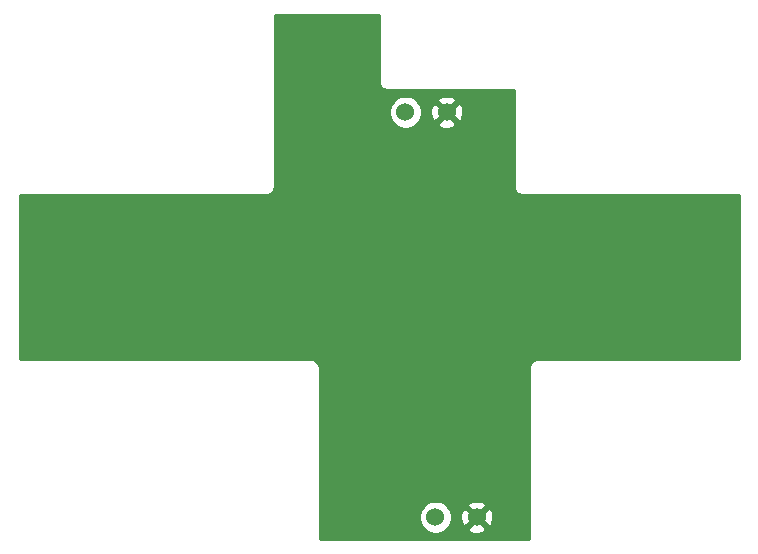
<source format=gbr>
G04 #@! TF.GenerationSoftware,KiCad,Pcbnew,5.1.2-f72e74a~84~ubuntu18.04.1*
G04 #@! TF.CreationDate,2019-07-08T14:48:40+02:00*
G04 #@! TF.ProjectId,ampli_rf_kicad,616d706c-695f-4726-965f-6b696361642e,rev?*
G04 #@! TF.SameCoordinates,Original*
G04 #@! TF.FileFunction,Copper,L2,Bot*
G04 #@! TF.FilePolarity,Positive*
%FSLAX46Y46*%
G04 Gerber Fmt 4.6, Leading zero omitted, Abs format (unit mm)*
G04 Created by KiCad (PCBNEW 5.1.2-f72e74a~84~ubuntu18.04.1) date 2019-07-08 14:48:40*
%MOMM*%
%LPD*%
G04 APERTURE LIST*
%ADD10C,1.524000*%
%ADD11C,0.800000*%
%ADD12C,0.254000*%
G04 APERTURE END LIST*
D10*
X153670000Y-144780000D03*
X150170000Y-144780000D03*
X151130000Y-110490000D03*
X147630000Y-110490000D03*
D11*
X175260000Y-127000000D03*
X173990000Y-127000000D03*
X172720000Y-127000000D03*
X175260000Y-121920000D03*
X173990000Y-121920000D03*
X172720000Y-121920000D03*
X118110000Y-127000000D03*
X116840000Y-127000000D03*
X115570000Y-127000000D03*
X115570000Y-121920000D03*
X116840000Y-121920000D03*
X118110000Y-121920000D03*
X147900000Y-124460000D03*
X147320000Y-123850000D03*
X147320000Y-125050000D03*
X146700000Y-124460000D03*
D12*
G36*
X145390000Y-107917581D02*
G01*
X145386807Y-107950000D01*
X145399550Y-108079383D01*
X145437290Y-108203793D01*
X145498575Y-108318450D01*
X145581052Y-108418948D01*
X145681550Y-108501425D01*
X145796207Y-108562710D01*
X145920617Y-108600450D01*
X146050000Y-108613193D01*
X146082419Y-108610000D01*
X156820001Y-108610000D01*
X156820000Y-116807581D01*
X156816807Y-116840000D01*
X156829550Y-116969383D01*
X156867290Y-117093793D01*
X156928575Y-117208450D01*
X157011052Y-117308948D01*
X157111550Y-117391425D01*
X157226207Y-117452710D01*
X157350617Y-117490450D01*
X157480000Y-117503193D01*
X157512419Y-117500000D01*
X175870001Y-117500000D01*
X175870000Y-131420000D01*
X158782419Y-131420000D01*
X158750000Y-131416807D01*
X158717581Y-131420000D01*
X158620617Y-131429550D01*
X158496207Y-131467290D01*
X158381550Y-131528575D01*
X158281052Y-131611052D01*
X158198575Y-131711550D01*
X158137290Y-131826207D01*
X158099550Y-131950617D01*
X158086807Y-132080000D01*
X158090001Y-132112429D01*
X158090000Y-146660000D01*
X140360000Y-146660000D01*
X140360000Y-144642408D01*
X148773000Y-144642408D01*
X148773000Y-144917592D01*
X148826686Y-145187490D01*
X148931995Y-145441727D01*
X149084880Y-145670535D01*
X149279465Y-145865120D01*
X149508273Y-146018005D01*
X149762510Y-146123314D01*
X150032408Y-146177000D01*
X150307592Y-146177000D01*
X150577490Y-146123314D01*
X150831727Y-146018005D01*
X151060535Y-145865120D01*
X151180090Y-145745565D01*
X152884040Y-145745565D01*
X152951020Y-145985656D01*
X153200048Y-146102756D01*
X153467135Y-146169023D01*
X153742017Y-146181910D01*
X154014133Y-146140922D01*
X154273023Y-146047636D01*
X154388980Y-145985656D01*
X154455960Y-145745565D01*
X153670000Y-144959605D01*
X152884040Y-145745565D01*
X151180090Y-145745565D01*
X151255120Y-145670535D01*
X151408005Y-145441727D01*
X151513314Y-145187490D01*
X151567000Y-144917592D01*
X151567000Y-144852017D01*
X152268090Y-144852017D01*
X152309078Y-145124133D01*
X152402364Y-145383023D01*
X152464344Y-145498980D01*
X152704435Y-145565960D01*
X153490395Y-144780000D01*
X153849605Y-144780000D01*
X154635565Y-145565960D01*
X154875656Y-145498980D01*
X154992756Y-145249952D01*
X155059023Y-144982865D01*
X155071910Y-144707983D01*
X155030922Y-144435867D01*
X154937636Y-144176977D01*
X154875656Y-144061020D01*
X154635565Y-143994040D01*
X153849605Y-144780000D01*
X153490395Y-144780000D01*
X152704435Y-143994040D01*
X152464344Y-144061020D01*
X152347244Y-144310048D01*
X152280977Y-144577135D01*
X152268090Y-144852017D01*
X151567000Y-144852017D01*
X151567000Y-144642408D01*
X151513314Y-144372510D01*
X151408005Y-144118273D01*
X151255120Y-143889465D01*
X151180090Y-143814435D01*
X152884040Y-143814435D01*
X153670000Y-144600395D01*
X154455960Y-143814435D01*
X154388980Y-143574344D01*
X154139952Y-143457244D01*
X153872865Y-143390977D01*
X153597983Y-143378090D01*
X153325867Y-143419078D01*
X153066977Y-143512364D01*
X152951020Y-143574344D01*
X152884040Y-143814435D01*
X151180090Y-143814435D01*
X151060535Y-143694880D01*
X150831727Y-143541995D01*
X150577490Y-143436686D01*
X150307592Y-143383000D01*
X150032408Y-143383000D01*
X149762510Y-143436686D01*
X149508273Y-143541995D01*
X149279465Y-143694880D01*
X149084880Y-143889465D01*
X148931995Y-144118273D01*
X148826686Y-144372510D01*
X148773000Y-144642408D01*
X140360000Y-144642408D01*
X140360000Y-132112418D01*
X140363193Y-132080000D01*
X140350450Y-131950617D01*
X140312710Y-131826207D01*
X140251425Y-131711550D01*
X140168948Y-131611052D01*
X140068450Y-131528575D01*
X139953793Y-131467290D01*
X139829383Y-131429550D01*
X139732419Y-131420000D01*
X139700000Y-131416807D01*
X139667581Y-131420000D01*
X114960000Y-131420000D01*
X114960000Y-117500000D01*
X135857581Y-117500000D01*
X135890000Y-117503193D01*
X135922419Y-117500000D01*
X136019383Y-117490450D01*
X136143793Y-117452710D01*
X136258450Y-117391425D01*
X136358948Y-117308948D01*
X136441425Y-117208450D01*
X136502710Y-117093793D01*
X136540450Y-116969383D01*
X136553193Y-116840000D01*
X136550000Y-116807581D01*
X136550000Y-110352408D01*
X146233000Y-110352408D01*
X146233000Y-110627592D01*
X146286686Y-110897490D01*
X146391995Y-111151727D01*
X146544880Y-111380535D01*
X146739465Y-111575120D01*
X146968273Y-111728005D01*
X147222510Y-111833314D01*
X147492408Y-111887000D01*
X147767592Y-111887000D01*
X148037490Y-111833314D01*
X148291727Y-111728005D01*
X148520535Y-111575120D01*
X148640090Y-111455565D01*
X150344040Y-111455565D01*
X150411020Y-111695656D01*
X150660048Y-111812756D01*
X150927135Y-111879023D01*
X151202017Y-111891910D01*
X151474133Y-111850922D01*
X151733023Y-111757636D01*
X151848980Y-111695656D01*
X151915960Y-111455565D01*
X151130000Y-110669605D01*
X150344040Y-111455565D01*
X148640090Y-111455565D01*
X148715120Y-111380535D01*
X148868005Y-111151727D01*
X148973314Y-110897490D01*
X149027000Y-110627592D01*
X149027000Y-110562017D01*
X149728090Y-110562017D01*
X149769078Y-110834133D01*
X149862364Y-111093023D01*
X149924344Y-111208980D01*
X150164435Y-111275960D01*
X150950395Y-110490000D01*
X151309605Y-110490000D01*
X152095565Y-111275960D01*
X152335656Y-111208980D01*
X152452756Y-110959952D01*
X152519023Y-110692865D01*
X152531910Y-110417983D01*
X152490922Y-110145867D01*
X152397636Y-109886977D01*
X152335656Y-109771020D01*
X152095565Y-109704040D01*
X151309605Y-110490000D01*
X150950395Y-110490000D01*
X150164435Y-109704040D01*
X149924344Y-109771020D01*
X149807244Y-110020048D01*
X149740977Y-110287135D01*
X149728090Y-110562017D01*
X149027000Y-110562017D01*
X149027000Y-110352408D01*
X148973314Y-110082510D01*
X148868005Y-109828273D01*
X148715120Y-109599465D01*
X148640090Y-109524435D01*
X150344040Y-109524435D01*
X151130000Y-110310395D01*
X151915960Y-109524435D01*
X151848980Y-109284344D01*
X151599952Y-109167244D01*
X151332865Y-109100977D01*
X151057983Y-109088090D01*
X150785867Y-109129078D01*
X150526977Y-109222364D01*
X150411020Y-109284344D01*
X150344040Y-109524435D01*
X148640090Y-109524435D01*
X148520535Y-109404880D01*
X148291727Y-109251995D01*
X148037490Y-109146686D01*
X147767592Y-109093000D01*
X147492408Y-109093000D01*
X147222510Y-109146686D01*
X146968273Y-109251995D01*
X146739465Y-109404880D01*
X146544880Y-109599465D01*
X146391995Y-109828273D01*
X146286686Y-110082510D01*
X146233000Y-110352408D01*
X136550000Y-110352408D01*
X136550000Y-102260000D01*
X145390001Y-102260000D01*
X145390000Y-107917581D01*
X145390000Y-107917581D01*
G37*
X145390000Y-107917581D02*
X145386807Y-107950000D01*
X145399550Y-108079383D01*
X145437290Y-108203793D01*
X145498575Y-108318450D01*
X145581052Y-108418948D01*
X145681550Y-108501425D01*
X145796207Y-108562710D01*
X145920617Y-108600450D01*
X146050000Y-108613193D01*
X146082419Y-108610000D01*
X156820001Y-108610000D01*
X156820000Y-116807581D01*
X156816807Y-116840000D01*
X156829550Y-116969383D01*
X156867290Y-117093793D01*
X156928575Y-117208450D01*
X157011052Y-117308948D01*
X157111550Y-117391425D01*
X157226207Y-117452710D01*
X157350617Y-117490450D01*
X157480000Y-117503193D01*
X157512419Y-117500000D01*
X175870001Y-117500000D01*
X175870000Y-131420000D01*
X158782419Y-131420000D01*
X158750000Y-131416807D01*
X158717581Y-131420000D01*
X158620617Y-131429550D01*
X158496207Y-131467290D01*
X158381550Y-131528575D01*
X158281052Y-131611052D01*
X158198575Y-131711550D01*
X158137290Y-131826207D01*
X158099550Y-131950617D01*
X158086807Y-132080000D01*
X158090001Y-132112429D01*
X158090000Y-146660000D01*
X140360000Y-146660000D01*
X140360000Y-144642408D01*
X148773000Y-144642408D01*
X148773000Y-144917592D01*
X148826686Y-145187490D01*
X148931995Y-145441727D01*
X149084880Y-145670535D01*
X149279465Y-145865120D01*
X149508273Y-146018005D01*
X149762510Y-146123314D01*
X150032408Y-146177000D01*
X150307592Y-146177000D01*
X150577490Y-146123314D01*
X150831727Y-146018005D01*
X151060535Y-145865120D01*
X151180090Y-145745565D01*
X152884040Y-145745565D01*
X152951020Y-145985656D01*
X153200048Y-146102756D01*
X153467135Y-146169023D01*
X153742017Y-146181910D01*
X154014133Y-146140922D01*
X154273023Y-146047636D01*
X154388980Y-145985656D01*
X154455960Y-145745565D01*
X153670000Y-144959605D01*
X152884040Y-145745565D01*
X151180090Y-145745565D01*
X151255120Y-145670535D01*
X151408005Y-145441727D01*
X151513314Y-145187490D01*
X151567000Y-144917592D01*
X151567000Y-144852017D01*
X152268090Y-144852017D01*
X152309078Y-145124133D01*
X152402364Y-145383023D01*
X152464344Y-145498980D01*
X152704435Y-145565960D01*
X153490395Y-144780000D01*
X153849605Y-144780000D01*
X154635565Y-145565960D01*
X154875656Y-145498980D01*
X154992756Y-145249952D01*
X155059023Y-144982865D01*
X155071910Y-144707983D01*
X155030922Y-144435867D01*
X154937636Y-144176977D01*
X154875656Y-144061020D01*
X154635565Y-143994040D01*
X153849605Y-144780000D01*
X153490395Y-144780000D01*
X152704435Y-143994040D01*
X152464344Y-144061020D01*
X152347244Y-144310048D01*
X152280977Y-144577135D01*
X152268090Y-144852017D01*
X151567000Y-144852017D01*
X151567000Y-144642408D01*
X151513314Y-144372510D01*
X151408005Y-144118273D01*
X151255120Y-143889465D01*
X151180090Y-143814435D01*
X152884040Y-143814435D01*
X153670000Y-144600395D01*
X154455960Y-143814435D01*
X154388980Y-143574344D01*
X154139952Y-143457244D01*
X153872865Y-143390977D01*
X153597983Y-143378090D01*
X153325867Y-143419078D01*
X153066977Y-143512364D01*
X152951020Y-143574344D01*
X152884040Y-143814435D01*
X151180090Y-143814435D01*
X151060535Y-143694880D01*
X150831727Y-143541995D01*
X150577490Y-143436686D01*
X150307592Y-143383000D01*
X150032408Y-143383000D01*
X149762510Y-143436686D01*
X149508273Y-143541995D01*
X149279465Y-143694880D01*
X149084880Y-143889465D01*
X148931995Y-144118273D01*
X148826686Y-144372510D01*
X148773000Y-144642408D01*
X140360000Y-144642408D01*
X140360000Y-132112418D01*
X140363193Y-132080000D01*
X140350450Y-131950617D01*
X140312710Y-131826207D01*
X140251425Y-131711550D01*
X140168948Y-131611052D01*
X140068450Y-131528575D01*
X139953793Y-131467290D01*
X139829383Y-131429550D01*
X139732419Y-131420000D01*
X139700000Y-131416807D01*
X139667581Y-131420000D01*
X114960000Y-131420000D01*
X114960000Y-117500000D01*
X135857581Y-117500000D01*
X135890000Y-117503193D01*
X135922419Y-117500000D01*
X136019383Y-117490450D01*
X136143793Y-117452710D01*
X136258450Y-117391425D01*
X136358948Y-117308948D01*
X136441425Y-117208450D01*
X136502710Y-117093793D01*
X136540450Y-116969383D01*
X136553193Y-116840000D01*
X136550000Y-116807581D01*
X136550000Y-110352408D01*
X146233000Y-110352408D01*
X146233000Y-110627592D01*
X146286686Y-110897490D01*
X146391995Y-111151727D01*
X146544880Y-111380535D01*
X146739465Y-111575120D01*
X146968273Y-111728005D01*
X147222510Y-111833314D01*
X147492408Y-111887000D01*
X147767592Y-111887000D01*
X148037490Y-111833314D01*
X148291727Y-111728005D01*
X148520535Y-111575120D01*
X148640090Y-111455565D01*
X150344040Y-111455565D01*
X150411020Y-111695656D01*
X150660048Y-111812756D01*
X150927135Y-111879023D01*
X151202017Y-111891910D01*
X151474133Y-111850922D01*
X151733023Y-111757636D01*
X151848980Y-111695656D01*
X151915960Y-111455565D01*
X151130000Y-110669605D01*
X150344040Y-111455565D01*
X148640090Y-111455565D01*
X148715120Y-111380535D01*
X148868005Y-111151727D01*
X148973314Y-110897490D01*
X149027000Y-110627592D01*
X149027000Y-110562017D01*
X149728090Y-110562017D01*
X149769078Y-110834133D01*
X149862364Y-111093023D01*
X149924344Y-111208980D01*
X150164435Y-111275960D01*
X150950395Y-110490000D01*
X151309605Y-110490000D01*
X152095565Y-111275960D01*
X152335656Y-111208980D01*
X152452756Y-110959952D01*
X152519023Y-110692865D01*
X152531910Y-110417983D01*
X152490922Y-110145867D01*
X152397636Y-109886977D01*
X152335656Y-109771020D01*
X152095565Y-109704040D01*
X151309605Y-110490000D01*
X150950395Y-110490000D01*
X150164435Y-109704040D01*
X149924344Y-109771020D01*
X149807244Y-110020048D01*
X149740977Y-110287135D01*
X149728090Y-110562017D01*
X149027000Y-110562017D01*
X149027000Y-110352408D01*
X148973314Y-110082510D01*
X148868005Y-109828273D01*
X148715120Y-109599465D01*
X148640090Y-109524435D01*
X150344040Y-109524435D01*
X151130000Y-110310395D01*
X151915960Y-109524435D01*
X151848980Y-109284344D01*
X151599952Y-109167244D01*
X151332865Y-109100977D01*
X151057983Y-109088090D01*
X150785867Y-109129078D01*
X150526977Y-109222364D01*
X150411020Y-109284344D01*
X150344040Y-109524435D01*
X148640090Y-109524435D01*
X148520535Y-109404880D01*
X148291727Y-109251995D01*
X148037490Y-109146686D01*
X147767592Y-109093000D01*
X147492408Y-109093000D01*
X147222510Y-109146686D01*
X146968273Y-109251995D01*
X146739465Y-109404880D01*
X146544880Y-109599465D01*
X146391995Y-109828273D01*
X146286686Y-110082510D01*
X146233000Y-110352408D01*
X136550000Y-110352408D01*
X136550000Y-102260000D01*
X145390001Y-102260000D01*
X145390000Y-107917581D01*
M02*

</source>
